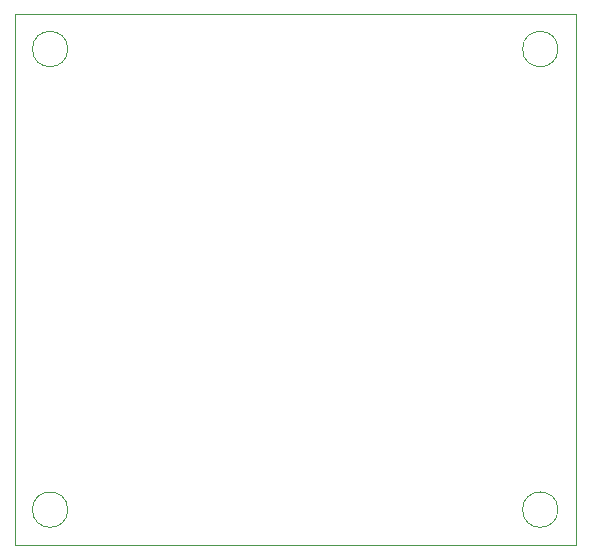
<source format=gm1>
G04 #@! TF.GenerationSoftware,KiCad,Pcbnew,(5.1.6-0-10_14)*
G04 #@! TF.CreationDate,2021-08-31T16:03:37+09:00*
G04 #@! TF.ProjectId,FFCbreak,46464362-7265-4616-9b2e-6b696361645f,rev?*
G04 #@! TF.SameCoordinates,Original*
G04 #@! TF.FileFunction,Profile,NP*
%FSLAX46Y46*%
G04 Gerber Fmt 4.6, Leading zero omitted, Abs format (unit mm)*
G04 Created by KiCad (PCBNEW (5.1.6-0-10_14)) date 2021-08-31 16:03:37*
%MOMM*%
%LPD*%
G01*
G04 APERTURE LIST*
G04 #@! TA.AperFunction,Profile*
%ADD10C,0.100000*%
G04 #@! TD*
G04 APERTURE END LIST*
D10*
X142500000Y-101500000D02*
G75*
G03*
X142500000Y-101500000I-1500000J0D01*
G01*
X101000000Y-101500000D02*
G75*
G03*
X101000000Y-101500000I-1500000J0D01*
G01*
X101000000Y-62500000D02*
G75*
G03*
X101000000Y-62500000I-1500000J0D01*
G01*
X142500000Y-62500000D02*
G75*
G03*
X142500000Y-62500000I-1500000J0D01*
G01*
X96500000Y-104500000D02*
X96500000Y-59500000D01*
X144000000Y-104500000D02*
X96500000Y-104500000D01*
X144000000Y-59500000D02*
X144000000Y-104500000D01*
X96500000Y-59500000D02*
X144000000Y-59500000D01*
M02*

</source>
